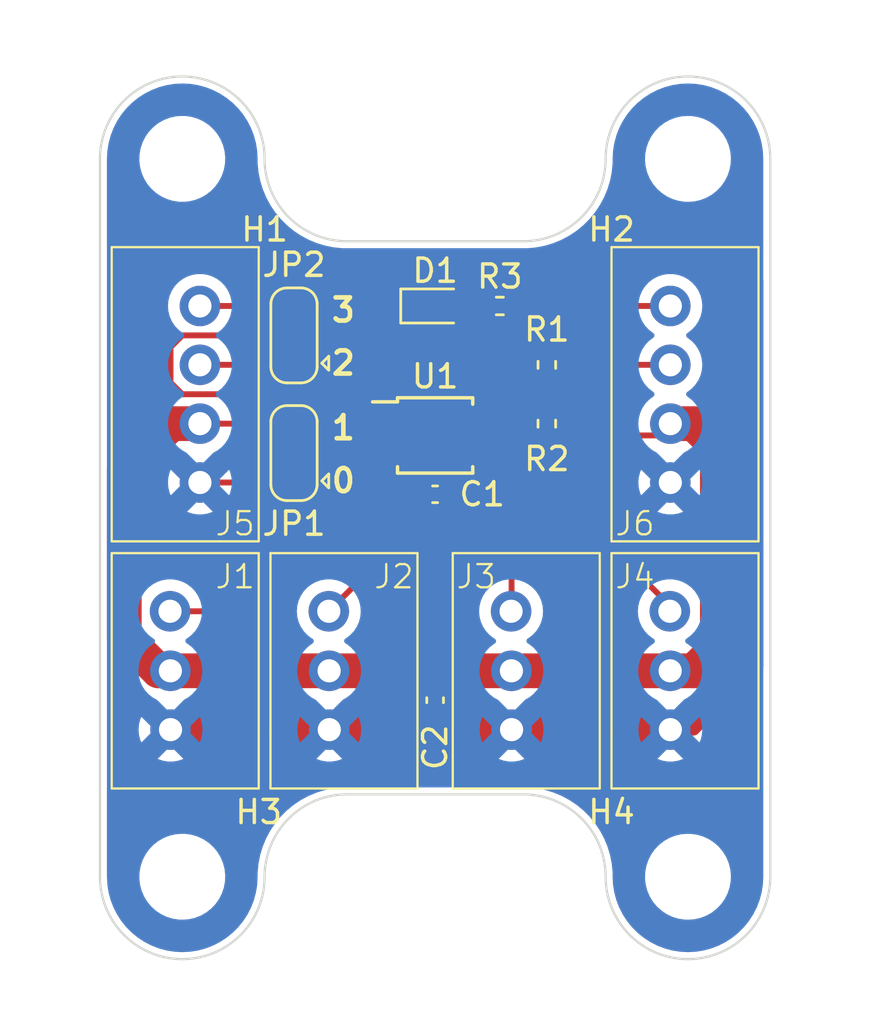
<source format=kicad_pcb>
(kicad_pcb (version 20221018) (generator pcbnew)
  (layers (0 "F.Cu" signal) (31 "B.Cu" signal) (34 "B.Paste" user) (35 "F.Paste" user) (36 "B.SilkS" user "B.Silkscreen") (37 "F.SilkS" user "F.Silkscreen") (38 "B.Mask" user) (39 "F.Mask" user) (44 "Edge.Cuts" user))
  (net 0 "")
  (net 1 "/ADDR")
  (net 3 "GND")
  (net 4 "/A1")
  (net 5 "/A2")
  (net 6 "/A3")
  (net 7 "/A4")
  (net 8 "+5V")
  (net 9 "/SDA")
  (net 10 "/SCL")
  (net 11 "/5VLED")
  (footprint "Resistor_SMD:R_0402_1005Metric" (layer "F.Cu") (at 156.464 88.392 -90)
    (fp_text reference "R1" (at -1.524 0 -180) (layer "F.SilkS"))
    (fp_text value "10k")
    (fp_line (start -0.153641 -0.38) (end 0.153641 -0.38) (stroke (width 0.12)) (layer "F.SilkS"))
    (fp_line (start -0.153641 0.38) (end 0.153641 0.38) (stroke (width 0.12)) (layer "F.SilkS"))
    (pad "1" smd roundrect (at -0.51 0 270) (size 0.54 0.64) (layers "F.Cu" "F.Paste" "F.Mask") (net 8 "+5V"))
    (pad "2" smd roundrect (at 0.51 0 270) (size 0.54 0.64) (layers "F.Cu" "F.Paste" "F.Mask") (net 10 "/SCL"))
  )
  (footprint "MyLibrary:Conn_JST_P3-2.54" (layer "F.Cu") (at 147.066 101.6 90)
    (fp_text reference "J2" (at 4.064 2.794 unlocked) (layer "F.SilkS") (effects (font (thickness 0.1))))
    (fp_text value "Conn_01x03_Socket")
    (fp_line (start -5.08 -2.54) (end -5.08 3.81) (stroke (width 0.1)) (layer "F.SilkS"))
    (fp_line (start -5.08 3.81) (end 5.08 3.81) (stroke (width 0.1)) (layer "F.SilkS"))
    (fp_line (start -2.54 -2.54) (end -5.08 -2.54) (stroke (width 0.1)) (layer "F.SilkS"))
    (fp_line (start 5.08 -2.54) (end -2.54 -2.54) (stroke (width 0.1)) (layer "F.SilkS"))
    (fp_line (start 5.08 3.81) (end 5.08 -2.54) (stroke (width 0.1)) (layer "F.SilkS"))
    (pad "1" thru_hole circle (at -2.54 0 90) (size 1.75 1.75) (drill 1) (layers "*.Cu" "*.Mask") (net 3 "GND"))
    (pad "2" thru_hole circle (at 0 -0.006498 90) (size 1.75 1.75) (drill 1) (layers "*.Cu" "*.Mask") (net 8 "+5V"))
    (pad "3" thru_hole circle (at 2.569592 -0.020695 90) (size 1.75 1.75) (drill 1) (layers "*.Cu" "*.Mask") (net 5 "/A2"))
  )
  (footprint "LED_SMD:LED_0603_1608Metric" (layer "F.Cu") (at 151.638 85.852)
    (fp_text reference "D1" (at 0 -1.524) (layer "F.SilkS"))
    (fp_text value "LED")
    (fp_line (start -1.485 -0.735) (end -1.485 0.735) (stroke (width 0.12)) (layer "F.SilkS"))
    (fp_line (start -1.485 0.735) (end 0.8 0.735) (stroke (width 0.12)) (layer "F.SilkS"))
    (fp_line (start 0.8 -0.735) (end -1.485 -0.735) (stroke (width 0.12)) (layer "F.SilkS"))
    (pad "1" smd roundrect (at -0.7875 0) (size 0.875 0.95) (layers "F.Cu" "F.Paste" "F.Mask") (net 3 "GND"))
    (pad "2" smd roundrect (at 0.7875 0) (size 0.875 0.95) (layers "F.Cu" "F.Paste" "F.Mask") (net 11 "/5VLED"))
  )
  (footprint "MountingHole:MountingHole_3.2mm_M3" (layer "F.Cu") (at 140.716 79.502)
    (fp_text reference "H1" (at 3.556 3.048) (layer "F.SilkS"))
    (fp_text value "MountingHole")
    (pad "" np_thru_hole circle (at 0 0) (size 3.2 3.2) (drill 3.2) (layers "*.Cu" "*.Mask"))
  )
  (footprint "Capacitor_SMD:C_0402_1005Metric" (layer "F.Cu") (at 151.638 102.87 -90)
    (fp_text reference "C2" (at 2.032 0 90) (layer "F.SilkS"))
    (fp_text value "1u")
    (fp_line (start -0.107836 -0.36) (end 0.107836 -0.36) (stroke (width 0.12)) (layer "F.SilkS"))
    (fp_line (start -0.107836 0.36) (end 0.107836 0.36) (stroke (width 0.12)) (layer "F.SilkS"))
    (pad "1" smd roundrect (at -0.48 0 270) (size 0.56 0.62) (layers "F.Cu" "F.Paste" "F.Mask") (net 8 "+5V"))
    (pad "2" smd roundrect (at 0.48 0 270) (size 0.56 0.62) (layers "F.Cu" "F.Paste" "F.Mask") (net 3 "GND"))
  )
  (footprint "MountingHole:MountingHole_3.2mm_M3" (layer "F.Cu") (at 162.56 110.49)
    (fp_text reference "H4" (at -3.302 -2.794) (layer "F.SilkS"))
    (fp_text value "MountingHole")
    (pad "" np_thru_hole circle (at 0 0) (size 3.2 3.2) (drill 3.2) (layers "*.Cu" "*.Mask"))
  )
  (footprint "MyLibrary:Conn_JST_P4-2.54mm" (layer "F.Cu") (at 141.478 89.662 -90)
    (fp_text reference "J5" (at 5.588 -1.524 unlocked) (layer "F.SilkS") (effects (font (thickness 0.1))))
    (fp_text value "Conn_01x04_Pin")
    (fp_line (start -6.35 -2.54) (end -6.35 3.81) (stroke (width 0.1)) (layer "F.SilkS"))
    (fp_line (start -6.35 3.81) (end 6.35 3.81) (stroke (width 0.1)) (layer "F.SilkS"))
    (fp_line (start 6.35 -2.54) (end -6.35 -2.54) (stroke (width 0.1)) (layer "F.SilkS"))
    (fp_line (start 6.35 3.81) (end 6.35 -2.54) (stroke (width 0.1)) (layer "F.SilkS"))
    (pad "1" thru_hole circle (at -3.81 0 270) (size 1.75 1.75) (drill 1) (layers "*.Cu" "*.Mask") (net 10 "/SCL"))
    (pad "2" thru_hole circle (at -1.27 0 270) (size 1.75 1.75) (drill 1) (layers "*.Cu" "*.Mask") (net 9 "/SDA"))
    (pad "3" thru_hole circle (at 1.27 0 270) (size 1.75 1.75) (drill 1) (layers "*.Cu" "*.Mask") (net 8 "+5V"))
    (pad "4" thru_hole circle (at 3.81 0 270) (size 1.75 1.75) (drill 1) (layers "*.Cu" "*.Mask") (net 3 "GND"))
  )
  (footprint "MyLibrary:Conn_JST_P3-2.54" (layer "F.Cu") (at 140.208 101.6 90)
    (fp_text reference "J1" (at 4.064 2.794 unlocked) (layer "F.SilkS") (effects (font (thickness 0.1))))
    (fp_text value "Conn_01x03_Socket")
    (fp_line (start -5.08 -2.54) (end -5.08 3.81) (stroke (width 0.1)) (layer "F.SilkS"))
    (fp_line (start -5.08 3.81) (end 5.08 3.81) (stroke (width 0.1)) (layer "F.SilkS"))
    (fp_line (start -2.54 -2.54) (end -5.08 -2.54) (stroke (width 0.1)) (layer "F.SilkS"))
    (fp_line (start 5.08 -2.54) (end -2.54 -2.54) (stroke (width 0.1)) (layer "F.SilkS"))
    (fp_line (start 5.08 3.81) (end 5.08 -2.54) (stroke (width 0.1)) (layer "F.SilkS"))
    (pad "1" thru_hole circle (at -2.54 0 90) (size 1.75 1.75) (drill 1) (layers "*.Cu" "*.Mask") (net 3 "GND"))
    (pad "2" thru_hole circle (at 0 -0.006498 90) (size 1.75 1.75) (drill 1) (layers "*.Cu" "*.Mask") (net 8 "+5V"))
    (pad "3" thru_hole circle (at 2.569592 -0.020695 90) (size 1.75 1.75) (drill 1) (layers "*.Cu" "*.Mask") (net 4 "/A1"))
  )
  (footprint "Jumper:SolderJumper-3_P1.3mm_Open_RoundedPad1.0x1.5mm" (layer "F.Cu") (at 145.542 87.122 90)
    (fp_text reference "JP2" (at 3.048 0 180) (layer "F.SilkS"))
    (fp_text value "SolderJumper_3_Open")
    (fp_line (start -2.05 0.3) (end -2.05 -0.3) (stroke (width 0.12)) (layer "F.SilkS"))
    (fp_line (start -1.5 1.5) (end -0.9 1.5) (stroke (width 0.12)) (layer "F.SilkS"))
    (fp_line (start -1.4 -1) (end 1.4 -1) (stroke (width 0.12)) (layer "F.SilkS"))
    (fp_line (start -1.2 1.2) (end -1.5 1.5) (stroke (width 0.12)) (layer "F.SilkS"))
    (fp_line (start -1.2 1.2) (end -0.9 1.5) (stroke (width 0.12)) (layer "F.SilkS"))
    (fp_line (start 1.4 1) (end -1.4 1) (stroke (width 0.12)) (layer "F.SilkS"))
    (fp_line (start 2.05 -0.3) (end 2.05 0.3) (stroke (width 0.12)) (layer "F.SilkS"))
    (fp_arc (start -2.05 -0.3) (mid -1.844975 -0.794975) (end -1.35 -1) (stroke (width 0.12)) (layer "F.SilkS"))
    (fp_arc (start -1.35 1) (mid -1.844975 0.794975) (end -2.05 0.3) (stroke (width 0.12)) (layer "F.SilkS"))
    (fp_arc (start 1.35 -1) (mid 1.844975 -0.794975) (end 2.05 -0.3) (stroke (width 0.12)) (layer "F.SilkS"))
    (fp_arc (start 2.05 0.3) (mid 1.844975 0.794975) (end 1.35 1) (stroke (width 0.12)) (layer "F.SilkS"))
    (pad "1" smd custom (at -1.3 0 90) (size 1 0.5) (layers "F.Cu" "F.Mask") (net 9 "/SDA") (options (clearance outline) (anchor rect)) (primitives (gr_circle (center 0 0.25) (end 0.5 0.25) (width 0) (fill yes)) (gr_circle (center 0 -0.25) (end 0.5 -0.25) (width 0) (fill yes)) (gr_poly (pts (xy 0.55 0.75) (xy 0 0.75) (xy 0 -0.75) (xy 0.55 -0.75)) (width 0) (fill yes))))
    (pad "2" smd rect (at 0 0 90) (size 1 1.5) (layers "F.Cu" "F.Mask") (net 1 "/ADDR"))
    (pad "3" smd custom (at 1.3 0 90) (size 1 0.5) (layers "F.Cu" "F.Mask") (net 10 "/SCL") (options (clearance outline) (anchor rect)) (primitives (gr_circle (center 0 0.25) (end 0.5 0.25) (width 0) (fill yes)) (gr_circle (center 0 -0.25) (end 0.5 -0.25) (width 0) (fill yes)) (gr_poly (pts (xy 0 0.75) (xy -0.55 0.75) (xy -0.55 -0.75) (xy 0 -0.75)) (width 0) (fill yes))))
  )
  (footprint "Capacitor_SMD:C_0402_1005Metric" (layer "F.Cu") (at 151.638 93.98 180)
    (fp_text reference "C1" (at -2.032 0) (layer "F.SilkS"))
    (fp_text value "100n")
    (fp_line (start -0.107836 -0.36) (end 0.107836 -0.36) (stroke (width 0.12)) (layer "F.SilkS"))
    (fp_line (start -0.107836 0.36) (end 0.107836 0.36) (stroke (width 0.12)) (layer "F.SilkS"))
    (pad "1" smd roundrect (at -0.48 0 180) (size 0.56 0.62) (layers "F.Cu" "F.Paste" "F.Mask") (net 8 "+5V"))
    (pad "2" smd roundrect (at 0.48 0 180) (size 0.56 0.62) (layers "F.Cu" "F.Paste" "F.Mask") (net 3 "GND"))
  )
  (footprint "Package_SO:TSSOP-10_3x3mm_P0.5mm" (layer "F.Cu") (at 151.638 91.44)
    (fp_text reference "U1" (at 0 -2.55) (layer "F.SilkS"))
    (fp_text value "ADS1115IDGS")
    (fp_line (start -1.625 -1.625) (end -1.625 -1.45) (stroke (width 0.15)) (layer "F.SilkS"))
    (fp_line (start -1.625 -1.625) (end 1.625 -1.625) (stroke (width 0.15)) (layer "F.SilkS"))
    (fp_line (start -1.625 -1.45) (end -2.7 -1.45) (stroke (width 0.15)) (layer "F.SilkS"))
    (fp_line (start -1.625 1.625) (end -1.625 1.35) (stroke (width 0.15)) (layer "F.SilkS"))
    (fp_line (start -1.625 1.625) (end 1.625 1.625) (stroke (width 0.15)) (layer "F.SilkS"))
    (fp_line (start 1.625 -1.625) (end 1.625 -1.35) (stroke (width 0.15)) (layer "F.SilkS"))
    (fp_line (start 1.625 1.625) (end 1.625 1.35) (stroke (width 0.15)) (layer "F.SilkS"))
    (pad "1" smd rect (at -2.15 -1) (size 1.1 0.25) (layers "F.Cu" "F.Paste" "F.Mask") (net 1 "/ADDR"))
    (pad "2" smd rect (at -2.15 -0.5) (size 1.1 0.25) (layers "F.Cu" "F.Paste" "F.Mask"))
    (pad "3" smd rect (at -2.15 0) (size 1.1 0.25) (layers "F.Cu" "F.Paste" "F.Mask") (net 3 "GND"))
    (pad "4" smd rect (at -2.15 0.5) (size 1.1 0.25) (layers "F.Cu" "F.Paste" "F.Mask") (net 4 "/A1"))
    (pad "5" smd rect (at -2.15 1) (size 1.1 0.25) (layers "F.Cu" "F.Paste" "F.Mask") (net 5 "/A2"))
    (pad "6" smd rect (at 2.15 1) (size 1.1 0.25) (layers "F.Cu" "F.Paste" "F.Mask") (net 6 "/A3"))
    (pad "7" smd rect (at 2.15 0.5) (size 1.1 0.25) (layers "F.Cu" "F.Paste" "F.Mask") (net 7 "/A4"))
    (pad "8" smd rect (at 2.15 0) (size 1.1 0.25) (layers "F.Cu" "F.Paste" "F.Mask") (net 8 "+5V"))
    (pad "9" smd rect (at 2.15 -0.5) (size 1.1 0.25) (layers "F.Cu" "F.Paste" "F.Mask") (net 9 "/SDA"))
    (pad "10" smd rect (at 2.15 -1) (size 1.1 0.25) (layers "F.Cu" "F.Paste" "F.Mask") (net 10 "/SCL"))
  )
  (footprint "Resistor_SMD:R_0402_1005Metric" (layer "F.Cu") (at 154.433999 85.852 180)
    (fp_text reference "R3" (at 0.001999 1.27) (layer "F.SilkS"))
    (fp_text value "2k")
    (fp_line (start -0.153641 -0.38) (end 0.153641 -0.38) (stroke (width 0.12)) (layer "F.SilkS"))
    (fp_line (start -0.153641 0.38) (end 0.153641 0.38) (stroke (width 0.12)) (layer "F.SilkS"))
    (pad "1" smd roundrect (at -0.51 0 180) (size 0.54 0.64) (layers "F.Cu" "F.Paste" "F.Mask") (net 8 "+5V"))
    (pad "2" smd roundrect (at 0.51 0 180) (size 0.54 0.64) (layers "F.Cu" "F.Paste" "F.Mask") (net 11 "/5VLED"))
  )
  (footprint "MyLibrary:Conn_JST_P3-2.54" (layer "F.Cu") (at 161.798 101.6 90)
    (fp_text reference "J4" (at 4.064 -1.524 unlocked) (layer "F.SilkS") (effects (font (thickness 0.1))))
    (fp_text value "Conn_01x03_Socket")
    (fp_line (start -5.08 -2.54) (end -5.08 3.81) (stroke (width 0.1)) (layer "F.SilkS"))
    (fp_line (start -5.08 3.81) (end 5.08 3.81) (stroke (width 0.1)) (layer "F.SilkS"))
    (fp_line (start -2.54 -2.54) (end -5.08 -2.54) (stroke (width 0.1)) (layer "F.SilkS"))
    (fp_line (start 5.08 -2.54) (end -2.54 -2.54) (stroke (width 0.1)) (layer "F.SilkS"))
    (fp_line (start 5.08 3.81) (end 5.08 -2.54) (stroke (width 0.1)) (layer "F.SilkS"))
    (pad "1" thru_hole circle (at -2.54 0 90) (size 1.75 1.75) (drill 1) (layers "*.Cu" "*.Mask") (net 3 "GND"))
    (pad "2" thru_hole circle (at 0 -0.006498 90) (size 1.75 1.75) (drill 1) (layers "*.Cu" "*.Mask") (net 8 "+5V"))
    (pad "3" thru_hole circle (at 2.569592 -0.020695 90) (size 1.75 1.75) (drill 1) (layers "*.Cu" "*.Mask") (net 7 "/A4"))
  )
  (footprint "Jumper:SolderJumper-3_P1.3mm_Open_RoundedPad1.0x1.5mm" (layer "F.Cu") (at 145.542 92.202 90)
    (fp_text reference "JP1" (at -3.048 0 180) (layer "F.SilkS"))
    (fp_text value "SolderJumper_3_Open")
    (fp_line (start -2.05 0.3) (end -2.05 -0.3) (stroke (width 0.12)) (layer "F.SilkS"))
    (fp_line (start -1.5 1.5) (end -0.9 1.5) (stroke (width 0.12)) (layer "F.SilkS"))
    (fp_line (start -1.4 -1) (end 1.4 -1) (stroke (width 0.12)) (layer "F.SilkS"))
    (fp_line (start -1.2 1.2) (end -1.5 1.5) (stroke (width 0.12)) (layer "F.SilkS"))
    (fp_line (start -1.2 1.2) (end -0.9 1.5) (stroke (width 0.12)) (layer "F.SilkS"))
    (fp_line (start 1.4 1) (end -1.4 1) (stroke (width 0.12)) (layer "F.SilkS"))
    (fp_line (start 2.05 -0.3) (end 2.05 0.3) (stroke (width 0.12)) (layer "F.SilkS"))
    (fp_arc (start -2.05 -0.3) (mid -1.844975 -0.794975) (end -1.35 -1) (stroke (width 0.12)) (layer "F.SilkS"))
    (fp_arc (start -1.35 1) (mid -1.844975 0.794975) (end -2.05 0.3) (stroke (width 0.12)) (layer "F.SilkS"))
    (fp_arc (start 1.35 -1) (mid 1.844975 -0.794975) (end 2.05 -0.3) (stroke (width 0.12)) (layer "F.SilkS"))
    (fp_arc (start 2.05 0.3) (mid 1.844975 0.794975) (end 1.35 1) (stroke (width 0.12)) (layer "F.SilkS"))
    (pad "1" smd custom (at -1.3 0 90) (size 1 0.5) (layers "F.Cu" "F.Mask") (net 3 "GND") (options (clearance outline) (anchor rect)) (primitives (gr_circle (center 0 0.25) (end 0.5 0.25) (width 0) (fill yes)) (gr_circle (center 0 -0.25) (end 0.5 -0.25) (width 0) (fill yes)) (gr_poly (pts (xy 0.55 0.75) (xy 0 0.75) (xy 0 -0.75) (xy 0.55 -0.75)) (width 0) (fill yes))))
    (pad "2" smd rect (at 0 0 90) (size 1 1.5) (layers "F.Cu" "F.Mask") (net 1 "/ADDR"))
    (pad "3" smd custom (at 1.3 0 90) (size 1 0.5) (layers "F.Cu" "F.Mask") (net 8 "+5V") (options (clearance outline) (anchor rect)) (primitives (gr_circle (center 0 0.25) (end 0.5 0.25) (width 0) (fill yes)) (gr_circle (center 0 -0.25) (end 0.5 -0.25) (width 0) (fill yes)) (gr_poly (pts (xy 0 0.75) (xy -0.55 0.75) (xy -0.55 -0.75) (xy 0 -0.75)) (width 0) (fill yes))))
  )
  (footprint "MyLibrary:Conn_JST_P3-2.54" (layer "F.Cu") (at 154.94 101.6 90)
    (fp_text reference "J3" (at 4.064 -1.524 unlocked) (layer "F.SilkS") (effects (font (thickness 0.1))))
    (fp_text value "Conn_01x03_Socket")
    (fp_line (start -5.08 -2.54) (end -5.08 3.81) (stroke (width 0.1)) (layer "F.SilkS"))
    (fp_line (start -5.08 3.81) (end 5.08 3.81) (stroke (width 0.1)) (layer "F.SilkS"))
    (fp_line (start -2.54 -2.54) (end -5.08 -2.54) (stroke (width 0.1)) (layer "F.SilkS"))
    (fp_line (start 5.08 -2.54) (end -2.54 -2.54) (stroke (width 0.1)) (layer "F.SilkS"))
    (fp_line (start 5.08 3.81) (end 5.08 -2.54) (stroke (width 0.1)) (layer "F.SilkS"))
    (pad "1" thru_hole circle (at -2.54 0 90) (size 1.75 1.75) (drill 1) (layers "*.Cu" "*.Mask") (net 3 "GND"))
    (pad "2" thru_hole circle (at 0 -0.006498 90) (size 1.75 1.75) (drill 1) (layers "*.Cu" "*.Mask") (net 8 "+5V"))
    (pad "3" thru_hole circle (at 2.569592 -0.020695 90) (size 1.75 1.75) (drill 1) (layers "*.Cu" "*.Mask") (net 6 "/A3"))
  )
  (footprint "MountingHole:MountingHole_3.2mm_M3" (layer "F.Cu") (at 140.716 110.49)
    (fp_text reference "H3" (at 3.302 -2.794) (layer "F.SilkS"))
    (fp_text value "MountingHole")
    (pad "" np_thru_hole circle (at 0 0) (size 3.2 3.2) (drill 3.2) (layers "*.Cu" "*.Mask"))
  )
  (footprint "MyLibrary:Conn_JST_P4-2.54mm" (layer "F.Cu") (at 161.798 89.662 90)
    (fp_text reference "J6" (at -5.588 -1.524 unlocked) (layer "F.SilkS") (effects (font (thickness 0.1))))
    (fp_text value "Conn_01x04_Pin")
    (fp_line (start -6.35 -2.54) (end -6.35 3.81) (stroke (width 0.1)) (layer "F.SilkS"))
    (fp_line (start -6.35 3.81) (end 6.35 3.81) (stroke (width 0.1)) (layer "F.SilkS"))
    (fp_line (start 6.35 -2.54) (end -6.35 -2.54) (stroke (width 0.1)) (layer "F.SilkS"))
    (fp_line (start 6.35 3.81) (end 6.35 -2.54) (stroke (width 0.1)) (layer "F.SilkS"))
    (pad "1" thru_hole circle (at -3.81 0 90) (size 1.75 1.75) (drill 1) (layers "*.Cu" "*.Mask") (net 3 "GND"))
    (pad "2" thru_hole circle (at -1.27 0 90) (size 1.75 1.75) (drill 1) (layers "*.Cu" "*.Mask") (net 8 "+5V"))
    (pad "3" thru_hole circle (at 1.27 0 90) (size 1.75 1.75) (drill 1) (layers "*.Cu" "*.Mask") (net 9 "/SDA"))
    (pad "4" thru_hole circle (at 3.81 0 90) (size 1.75 1.75) (drill 1) (layers "*.Cu" "*.Mask") (net 10 "/SCL"))
  )
  (footprint "MountingHole:MountingHole_3.2mm_M3" (layer "F.Cu") (at 162.56 79.502)
    (fp_text reference "H2" (at -3.302 3.048) (layer "F.SilkS"))
    (fp_text value "MountingHole")
    (pad "" np_thru_hole circle (at 0 0) (size 3.2 3.2) (drill 3.2) (layers "*.Cu" "*.Mask"))
  )
  (footprint "Resistor_SMD:R_0402_1005Metric" (layer "F.Cu") (at 156.464 90.932 90)
    (fp_text reference "R2" (at -1.524 0 180) (layer "F.SilkS"))
    (fp_text value "10k")
    (fp_line (start -0.153641 -0.38) (end 0.153641 -0.38) (stroke (width 0.12)) (layer "F.SilkS"))
    (fp_line (start -0.153641 0.38) (end 0.153641 0.38) (stroke (width 0.12)) (layer "F.SilkS"))
    (pad "1" smd roundrect (at -0.51 0 90) (size 0.54 0.64) (layers "F.Cu" "F.Paste" "F.Mask") (net 8 "+5V"))
    (pad "2" smd roundrect (at 0.51 0 90) (size 0.54 0.64) (layers "F.Cu" "F.Paste" "F.Mask") (net 9 "/SDA"))
  )
  (gr_arc (start 155.447999 106.934001) (mid 157.962471 107.975529) (end 159.003999 110.490001) (stroke (width 0.1)) (layer "Edge.Cuts"))
  (gr_arc (start 159.004002 79.502) (mid 160.04553 76.987528) (end 162.560002 75.946) (stroke (width 0.1)) (layer "Edge.Cuts"))
  (gr_line (start 147.828001 106.934001) (end 155.447999 106.934001) (stroke (width 0.1)) (layer "Edge.Cuts"))
  (gr_arc (start 144.271998 110.49) (mid 143.23047 113.004472) (end 140.715998 114.046) (stroke (width 0.1)) (layer "Edge.Cuts"))
  (gr_line (start 137.16 110.489999) (end 137.16 79.502) (stroke (width 0.1)) (layer "Edge.Cuts"))
  (gr_arc (start 147.828001 83.057999) (mid 145.313529 82.016471) (end 144.272001 79.501999) (stroke (width 0.1)) (layer "Edge.Cuts"))
  (gr_arc (start 144.272001 110.490001) (mid 145.313529 107.975529) (end 147.828001 106.934001) (stroke (width 0.1)) (layer "Edge.Cuts"))
  (gr_arc (start 159.003999 79.501999) (mid 157.962471 82.016471) (end 155.447999 83.057999) (stroke (width 0.1)) (layer "Edge.Cuts"))
  (gr_line (start 166.116 79.502) (end 166.116 110.49) (stroke (width 0.1)) (layer "Edge.Cuts"))
  (gr_arc (start 140.715999 75.946001) (mid 143.230471 76.987529) (end 144.271999 79.502001) (stroke (width 0.1)) (layer "Edge.Cuts"))
  (gr_arc (start 166.116 110.49) (mid 165.074472 113.004472) (end 162.56 114.046) (stroke (width 0.1)) (layer "Edge.Cuts"))
  (gr_arc (start 140.716 114.046) (mid 138.201528 113.004472) (end 137.16 110.49) (stroke (width 0.1)) (layer "Edge.Cuts"))
  (gr_line (start 155.447999 83.057999) (end 147.828001 83.057999) (stroke (width 0.1)) (layer "Edge.Cuts"))
  (gr_arc (start 162.56 75.946) (mid 165.074472 76.987528) (end 166.116 79.502) (stroke (width 0.1)) (layer "Edge.Cuts"))
  (gr_arc (start 137.16 79.502) (mid 138.201528 76.987528) (end 140.716 75.946) (stroke (width 0.1)) (layer "Edge.Cuts"))
  (gr_arc (start 162.560001 114.045999) (mid 160.045529 113.004471) (end 159.004001 110.489999) (stroke (width 0.1)) (layer "Edge.Cuts"))
  (gr_text "3" (at 147.066 86.614) (layer "F.SilkS") (effects (font (size 1 1) (thickness 0.2) bold) (justify left bottom)))
  (gr_text "0" (at 147.066 93.98) (layer "F.SilkS") (effects (font (size 1 1) (thickness 0.2) bold) (justify left bottom)))
  (gr_text "1" (at 147.066 91.694) (layer "F.SilkS") (effects (font (size 1 1) (thickness 0.2) bold) (justify left bottom)))
  (gr_text "2" (at 147.066 88.9) (layer "F.SilkS") (effects (font (size 1 1) (thickness 0.2) bold) (justify left bottom)))
  (segment (start 145.542 87.122) (end 140.716 87.122) (width 0.254) (layer "F.Cu") (net 1))
  (segment (start 146.304 92.202) (end 146.812 91.694) (width 0.254) (layer "F.Cu") (net 1))
  (segment (start 140.208 87.63) (end 140.208 89.154) (width 0.254) (layer "F.Cu") (net 1))
  (segment (start 140.716 87.122) (end 140.208 87.63) (width 0.254) (layer "F.Cu") (net 1))
  (segment (start 145.542 92.202) (end 146.304 92.202) (width 0.254) (layer "F.Cu") (net 1))
  (segment (start 140.716 89.662) (end 146.034 89.662) (width 0.254) (layer "F.Cu") (net 1))
  (segment (start 146.812 91.694) (end 146.812 90.44) (width 0.254) (layer "F.Cu") (net 1))
  (segment (start 146.812 90.44) (end 149.488 90.44) (width 0.254) (layer "F.Cu") (net 1))
  (segment (start 140.208 89.154) (end 140.716 89.662) (width 0.254) (layer "F.Cu") (net 1))
  (segment (start 146.034 89.662) (end 146.812 90.44) (width 0.254) (layer "F.Cu") (net 1))
  (segment (start 150.8505 85.1155) (end 150.8505 85.852) (width 0.5) (layer "F.Cu") (net 3))
  (segment (start 151.158 93.98) (end 151.158 92.23) (width 0.254) (layer "F.Cu") (net 3))
  (segment (start 161.798 104.14) (end 162.814 104.14) (width 0.5) (layer "F.Cu") (net 3))
  (segment (start 163.576 82.804) (end 158.496 82.804) (width 0.5) (layer "F.Cu") (net 3))
  (segment (start 146.812 92.456) (end 146.812 92.964) (width 0.254) (layer "F.Cu") (net 3))
  (segment (start 146.274 93.502) (end 145.542 93.502) (width 0.254) (layer "F.Cu") (net 3))
  (segment (start 162.814 104.14) (end 165.566 101.388) (width 0.5) (layer "F.Cu") (net 3))
  (segment (start 151.638 103.35) (end 151.638 104.14) (width 0.5) (layer "F.Cu") (net 3))
  (segment (start 165.566 84.794) (end 163.576 82.804) (width 0.5) (layer "F.Cu") (net 3))
  (segment (start 165.566 101.388) (end 165.566 84.794) (width 0.5) (layer "F.Cu") (net 3))
  (segment (start 149.488 91.44) (end 147.828 91.44) (width 0.254) (layer "F.Cu") (net 3))
  (segment (start 151.638 84.328) (end 150.8505 85.1155) (width 0.5) (layer "F.Cu") (net 3))
  (segment (start 151.158 92.23) (end 150.368 91.44) (width 0.254) (layer "F.Cu") (net 3))
  (segment (start 158.496 82.804) (end 156.972 84.328) (width 0.5) (layer "F.Cu") (net 3))
  (segment (start 151.638 104.14) (end 161.798 104.14) (width 1.5) (layer "F.Cu") (net 3))
  (segment (start 150.368 91.44) (end 149.488 91.44) (width 0.254) (layer "F.Cu") (net 3))
  (segment (start 145.512 93.472) (end 141.478 93.472) (width 0.254) (layer "F.Cu") (net 3))
  (segment (start 147.828 91.44) (end 146.812 92.456) (width 0.254) (layer "F.Cu") (net 3))
  (segment (start 140.208 104.14) (end 151.638 104.14) (width 1.5) (layer "F.Cu") (net 3))
  (segment (start 145.542 93.502) (end 145.512 93.472) (width 0.254) (layer "F.Cu") (net 3))
  (segment (start 146.812 92.964) (end 146.274 93.502) (width 0.254) (layer "F.Cu") (net 3))
  (segment (start 156.972 84.328) (end 151.638 84.328) (width 0.5) (layer "F.Cu") (net 3))
  (segment (start 149.488 91.94) (end 148.344 91.94) (width 0.254) (layer "F.Cu") (net 4))
  (segment (start 147.574 93.726) (end 142.269592 99.030408) (width 0.254) (layer "F.Cu") (net 4))
  (segment (start 147.574 92.71) (end 147.574 93.726) (width 0.254) (layer "F.Cu") (net 4))
  (segment (start 148.344 91.94) (end 147.574 92.71) (width 0.254) (layer "F.Cu") (net 4))
  (segment (start 142.269592 99.030408) (end 140.187305 99.030408) (width 0.254) (layer "F.Cu") (net 4))
  (segment (start 149.488 92.44) (end 148.86 92.44) (width 0.254) (layer "F.Cu") (net 5))
  (segment (start 148.336 92.964) (end 148.336 97.739713) (width 0.254) (layer "F.Cu") (net 5))
  (segment (start 148.86 92.44) (end 148.336 92.964) (width 0.254) (layer "F.Cu") (net 5))
  (segment (start 148.336 97.739713) (end 147.045305 99.030408) (width 0.254) (layer "F.Cu") (net 5))
  (segment (start 154.94 99.009713) (end 154.919305 99.030408) (width 0.254) (layer "F.Cu") (net 6))
  (segment (start 153.788 92.44) (end 154.416 92.44) (width 0.254) (layer "F.Cu") (net 6))
  (segment (start 154.416 92.44) (end 154.94 92.964) (width 0.254) (layer "F.Cu") (net 6))
  (segment (start 154.94 92.964) (end 154.94 99.009713) (width 0.254) (layer "F.Cu") (net 6))
  (segment (start 154.932 91.94) (end 161.777305 98.785305) (width 0.254) (layer "F.Cu") (net 7))
  (segment (start 153.788 91.94) (end 154.932 91.94) (width 0.254) (layer "F.Cu") (net 7))
  (segment (start 161.777305 98.785305) (end 161.777305 99.030408) (width 0.254) (layer "F.Cu") (net 7))
  (segment (start 153.788 91.44) (end 161.29 91.44) (width 0.254) (layer "F.Cu") (net 8))
  (segment (start 156.591 86.487) (end 159.004 84.074) (width 0.5) (layer "F.Cu") (net 8))
  (segment (start 140.201502 101.6) (end 139.683978 101.6) (width 1.5) (layer "F.Cu") (net 8))
  (segment (start 138.21 92.962564) (end 140.240564 90.932) (width 1.5) (layer "F.Cu") (net 8))
  (segment (start 161.29 91.44) (end 161.798 90.932) (width 0.254) (layer "F.Cu") (net 8))
  (segment (start 152.118 92.23) (end 152.908 91.44) (width 0.254) (layer "F.Cu") (net 8))
  (segment (start 152.118 93.98) (end 152.118 92.23) (width 0.254) (layer "F.Cu") (net 8))
  (segment (start 162.814 101.6) (end 163.83 100.584) (width 1.5) (layer "F.Cu") (net 8))
  (segment (start 162.814 90.932) (end 161.798 90.932) (width 1.5) (layer "F.Cu") (net 8))
  (segment (start 156.464 86.614) (end 156.591 86.487) (width 0.5) (layer "F.Cu") (net 8))
  (segment (start 163.83 89.916) (end 162.814 90.932) (width 0.5) (layer "F.Cu") (net 8))
  (segment (start 163.83 84.836) (end 163.83 89.916) (width 0.5) (layer "F.Cu") (net 8))
  (segment (start 151.638 101.6) (end 161.791502 101.6) (width 1.5) (layer "F.Cu") (net 8))
  (segment (start 163.068 84.074) (end 163.83 84.836) (width 0.5) (layer "F.Cu") (net 8))
  (segment (start 139.683978 101.6) (end 138.21 100.126022) (width 1.5) (layer "F.Cu") (net 8))
  (segment (start 145.512 90.932) (end 141.478 90.932) (width 0.254) (layer "F.Cu") (net 8))
  (segment (start 156.591 86.487) (end 155.956 85.852) (width 0.5) (layer "F.Cu") (net 8))
  (segment (start 145.542 90.902) (end 145.512 90.932) (width 0.254) (layer "F.Cu") (net 8))
  (segment (start 152.908 91.44) (end 153.788 91.44) (width 0.254) (layer "F.Cu") (net 8))
  (segment (start 151.638 102.39) (end 151.638 101.6) (width 0.5) (layer "F.Cu") (net 8))
  (segment (start 156.464 87.882) (end 156.464 86.614) (width 0.5) (layer "F.Cu") (net 8))
  (segment (start 161.791502 101.6) (end 162.814 101.6) (width 1.5) (layer "F.Cu") (net 8))
  (segment (start 159.004 84.074) (end 163.068 84.074) (width 0.5) (layer "F.Cu") (net 8))
  (segment (start 163.83 100.584) (end 163.83 91.948) (width 1.5) (layer "F.Cu") (net 8))
  (segment (start 163.83 91.948) (end 162.814 90.932) (width 1.5) (layer "F.Cu") (net 8))
  (segment (start 138.21 100.126022) (end 138.21 92.962564) (width 1.5) (layer "F.Cu") (net 8))
  (segment (start 155.956 85.852) (end 154.943999 85.852) (width 0.5) (layer "F.Cu") (net 8))
  (segment (start 140.240564 90.932) (end 141.478 90.932) (width 1.5) (layer "F.Cu") (net 8))
  (segment (start 140.201502 101.6) (end 151.638 101.6) (width 1.5) (layer "F.Cu") (net 8))
  (segment (start 155.8845 90.94) (end 158.4325 88.392) (width 0.254) (layer "F.Cu") (net 9))
  (segment (start 145.512 88.392) (end 141.478 88.392) (width 0.254) (layer "F.Cu") (net 9))
  (segment (start 153.788 90.94) (end 152.408 90.94) (width 0.254) (layer "F.Cu") (net 9))
  (segment (start 158.4325 88.392) (end 161.798 88.392) (width 0.254) (layer "F.Cu") (net 9))
  (segment (start 145.542 88.422) (end 145.512 88.392) (width 0.254) (layer "F.Cu") (net 9))
  (segment (start 153.788 90.94) (end 155.8845 90.94) (width 0.254) (layer "F.Cu") (net 9))
  (segment (start 152.408 90.94) (end 149.89 88.422) (width 0.254) (layer "F.Cu") (net 9))
  (segment (start 149.89 88.422) (end 145.542 88.422) (width 0.254) (layer "F.Cu") (net 9))
  (segment (start 153.788 90.44) (end 154.924 90.44) (width 0.254) (layer "F.Cu") (net 10))
  (segment (start 159.512 85.852) (end 161.798 85.852) (width 0.254) (layer "F.Cu") (net 10))
  (segment (start 145.512 85.852) (end 141.478 85.852) (width 0.254) (layer "F.Cu") (net 10))
  (segment (start 154.924 90.44) (end 159.512 85.852) (width 0.254) (layer "F.Cu") (net 10))
  (segment (start 153.178 90.44) (end 153.788 90.44) (width 0.254) (layer "F.Cu") (net 10))
  (segment (start 145.542 85.822) (end 148.56 85.822) (width 0.254) (layer "F.Cu") (net 10))
  (segment (start 148.56 85.822) (end 153.178 90.44) (width 0.254) (layer "F.Cu") (net 10))
  (segment (start 145.542 85.822) (end 145.512 85.852) (width 0.254) (layer "F.Cu") (net 10))
  (segment (start 152.4255 85.852) (end 153.923999 85.852) (width 0.5) (layer "F.Cu") (net 11))
  (zone (net 3) (net_name "GND") (layer "B.Cu") (connect_pads (clearance 0.5)) (min_thickness 0.25) (fill yes (thermal_gap 0.5) (thermal_bridge_width 1))
    (polygon (pts (xy 132.842 116.84) (xy 170.942 116.84) (xy 170.942 72.644) (xy 132.842 72.644)))
  )
)
</source>
